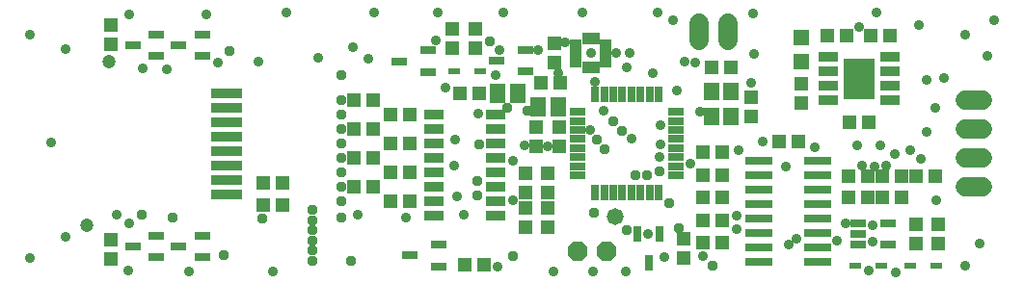
<source format=gts>
G04 EAGLE Gerber RS-274X export*
G75*
%MOMM*%
%FSLAX34Y34*%
%LPD*%
%INSoldermask Top*%
%IPPOS*%
%AMOC8*
5,1,8,0,0,1.08239X$1,22.5*%
G01*
G04 Define Apertures*
%ADD10R,1.473200X0.762000*%
%ADD11R,0.762000X1.473200*%
%ADD12R,1.403200X1.603200*%
%ADD13R,1.203200X1.303200*%
%ADD14R,1.303200X1.203200*%
%ADD15R,1.403200X1.653200*%
%ADD16R,1.403200X0.803200*%
%ADD17R,1.753200X0.903200*%
%ADD18R,1.023200X0.623200*%
%ADD19R,0.803200X1.403200*%
%ADD20R,2.403200X0.803200*%
%ADD21R,1.728200X0.903200*%
%ADD22R,2.716200X3.605200*%
%ADD23R,1.403200X1.403200*%
%ADD24C,1.727200*%
%ADD25R,1.128200X0.503200*%
%ADD26R,0.503200X1.003200*%
%ADD27R,1.453200X0.803200*%
%ADD28C,1.473200*%
%ADD29P,1.8695X8X22.5*%
%ADD30R,2.703200X0.838200*%
%ADD31C,1.203200*%
%ADD32C,0.909600*%
%ADD33C,0.959600*%
D10*
X576326Y95800D03*
X576326Y103800D03*
X576326Y111800D03*
X576326Y119800D03*
X576326Y127800D03*
X576326Y135800D03*
X576326Y143800D03*
X576326Y151800D03*
D11*
X561400Y166726D03*
X553400Y166726D03*
X545400Y166726D03*
X537400Y166726D03*
X529400Y166726D03*
X521400Y166726D03*
X513400Y166726D03*
X505400Y166726D03*
D10*
X490474Y151800D03*
X490474Y143800D03*
X490474Y135800D03*
X490474Y127800D03*
X490474Y119800D03*
X490474Y111800D03*
X490474Y103800D03*
X490474Y95800D03*
D11*
X505400Y80874D03*
X513400Y80874D03*
X521400Y80874D03*
X529400Y80874D03*
X537400Y80874D03*
X545400Y80874D03*
X553400Y80874D03*
X561400Y80874D03*
D12*
X624450Y147750D03*
X624450Y169750D03*
X607450Y169750D03*
X607450Y147750D03*
D13*
X642620Y147710D03*
X642620Y164710D03*
D14*
X607450Y190500D03*
X624450Y190500D03*
X599830Y116205D03*
X616830Y116205D03*
D13*
X454025Y121675D03*
X454025Y138675D03*
X473710Y121675D03*
X473710Y138675D03*
D15*
X455185Y156210D03*
X473185Y156210D03*
D13*
X599830Y56515D03*
X616830Y56515D03*
D14*
X616830Y36830D03*
X599830Y36830D03*
D13*
X616830Y95885D03*
X599830Y95885D03*
X616830Y76200D03*
X599830Y76200D03*
X293760Y161900D03*
X310760Y161900D03*
X325510Y149200D03*
X342510Y149200D03*
X293760Y136500D03*
X310760Y136500D03*
X325510Y123800D03*
X342510Y123800D03*
X293760Y111100D03*
X310760Y111100D03*
X325510Y98400D03*
X342510Y98400D03*
X293760Y85700D03*
X310760Y85700D03*
X325510Y73000D03*
X342510Y73000D03*
D16*
X444300Y187350D03*
X444300Y206350D03*
X419300Y196850D03*
X368100Y15900D03*
X368100Y34900D03*
X343100Y25400D03*
D17*
X363910Y149200D03*
X363910Y136500D03*
X363910Y123800D03*
X363910Y111100D03*
X363910Y98400D03*
X363910Y85700D03*
X363910Y73000D03*
X363910Y60300D03*
X418410Y60300D03*
X418410Y73000D03*
X418410Y85700D03*
X418410Y98400D03*
X418410Y111100D03*
X418410Y123800D03*
X418410Y136500D03*
X418410Y149200D03*
D14*
X404105Y168275D03*
X387105Y168275D03*
X230750Y89535D03*
X213750Y89535D03*
D16*
X736300Y53950D03*
X736300Y44450D03*
X736300Y34950D03*
X762300Y34950D03*
X762300Y53950D03*
D14*
X728100Y76200D03*
X745100Y76200D03*
X774945Y76200D03*
X757945Y76200D03*
X728100Y95250D03*
X745100Y95250D03*
X774310Y95250D03*
X757310Y95250D03*
D18*
X756990Y16510D03*
X733990Y16510D03*
D19*
X561950Y44250D03*
X542950Y44250D03*
X552450Y19250D03*
D20*
X649005Y95885D03*
X701005Y70485D03*
X649005Y108585D03*
X649005Y83185D03*
X649005Y70485D03*
X701005Y83185D03*
X701005Y57785D03*
X701005Y45085D03*
X649005Y45085D03*
X701005Y19685D03*
X649005Y57785D03*
X649005Y32385D03*
X701005Y32385D03*
X649005Y19685D03*
X701005Y95885D03*
X701005Y108585D03*
D14*
X684140Y125730D03*
X667140Y125730D03*
D21*
X764355Y161925D03*
X764355Y174625D03*
X764355Y187325D03*
X764355Y200025D03*
X710115Y200025D03*
X710115Y187325D03*
X710115Y174625D03*
X710115Y161925D03*
D22*
X737235Y180975D03*
D13*
X728735Y142875D03*
X745735Y142875D03*
D23*
X686435Y216875D03*
X686435Y195875D03*
D14*
X686435Y176775D03*
X686435Y159775D03*
X400050Y224400D03*
X400050Y207400D03*
X380365Y207400D03*
X380365Y224400D03*
X582930Y23250D03*
X582930Y40250D03*
D13*
X407915Y17145D03*
X390915Y17145D03*
X475225Y177165D03*
X458225Y177165D03*
D24*
X830580Y85700D02*
X845820Y85700D01*
X845820Y111100D02*
X830580Y111100D01*
X830580Y136500D02*
X845820Y136500D01*
X845820Y161900D02*
X830580Y161900D01*
X622300Y214630D02*
X622300Y229870D01*
X596900Y229870D02*
X596900Y214630D01*
D25*
X488775Y213200D03*
X488775Y208200D03*
X488775Y203200D03*
X488775Y198200D03*
X488775Y193200D03*
D26*
X496650Y190450D03*
X501650Y190450D03*
X506650Y190450D03*
D25*
X514525Y193200D03*
X514525Y198200D03*
X514525Y203200D03*
X514525Y208200D03*
X514525Y213200D03*
D26*
X506650Y215950D03*
X501650Y215950D03*
X496650Y215950D03*
D13*
X469900Y194700D03*
X469900Y211700D03*
D14*
X213750Y69850D03*
X230750Y69850D03*
X709685Y219075D03*
X726685Y219075D03*
X764785Y219075D03*
X747785Y219075D03*
D18*
X782250Y16510D03*
X805250Y16510D03*
D14*
X787400Y52950D03*
X787400Y35950D03*
X806450Y35950D03*
X806450Y52950D03*
D27*
X120500Y200920D03*
X120500Y219920D03*
X99500Y210420D03*
X120500Y23730D03*
X120500Y42730D03*
X99500Y33230D03*
D13*
X80645Y38980D03*
X80645Y21980D03*
X80645Y211210D03*
X80645Y228210D03*
D27*
X160500Y23730D03*
X160500Y42730D03*
X139500Y33230D03*
X160500Y200920D03*
X160500Y219920D03*
X139500Y210420D03*
D15*
X437625Y168275D03*
X419625Y168275D03*
D16*
X358575Y186715D03*
X358575Y205715D03*
X333575Y196215D03*
D13*
X464185Y80400D03*
X464185Y97400D03*
X444500Y80400D03*
X444500Y97400D03*
D14*
X464185Y49920D03*
X464185Y66920D03*
X444500Y49920D03*
X444500Y66920D03*
D13*
X804155Y95250D03*
X787155Y95250D03*
D18*
X404565Y187325D03*
X381565Y187325D03*
D28*
X523240Y59690D03*
D29*
X490220Y29210D03*
X515620Y29210D03*
D30*
X181530Y168300D03*
X181530Y155600D03*
X181530Y142900D03*
X181530Y130200D03*
X181530Y117500D03*
X181530Y104800D03*
X181530Y92100D03*
X181530Y79400D03*
D31*
X58830Y51850D03*
X78830Y195850D03*
D32*
X725170Y53975D03*
D33*
X608330Y16510D03*
X445770Y152400D03*
X412750Y213388D03*
D32*
X501650Y203200D03*
X597290Y151560D03*
X390525Y61595D03*
X382270Y127000D03*
X642620Y177165D03*
X292735Y208915D03*
X262255Y199390D03*
X306070Y198755D03*
X729615Y193675D03*
X744855Y193675D03*
X744855Y168910D03*
X729615Y168275D03*
X737235Y180340D03*
X751205Y103505D03*
X749300Y37465D03*
X673100Y103505D03*
X652780Y125730D03*
X464185Y121285D03*
X631825Y118110D03*
X737235Y226695D03*
X473075Y186055D03*
X455295Y205740D03*
X468630Y11430D03*
X600075Y24765D03*
X566420Y24130D03*
X675640Y34925D03*
X745490Y12065D03*
X551815Y44450D03*
X417830Y184150D03*
X402590Y150495D03*
X563245Y123190D03*
X556260Y186055D03*
X577215Y170180D03*
X533400Y191135D03*
X535940Y203835D03*
X593725Y194945D03*
X584200Y195580D03*
X563245Y139700D03*
X782320Y118110D03*
X796925Y133985D03*
X796925Y179705D03*
X791845Y110490D03*
X735330Y122555D03*
X756285Y121920D03*
X739775Y104775D03*
X761365Y104775D03*
X749300Y52070D03*
X803910Y155575D03*
X789940Y227965D03*
X574040Y232410D03*
X645160Y202565D03*
X805180Y73660D03*
X811530Y181610D03*
X830580Y219710D03*
X849630Y200660D03*
X855980Y232410D03*
X830580Y16510D03*
X843280Y35560D03*
X365760Y214630D03*
X374015Y172720D03*
X419735Y15240D03*
X297180Y61595D03*
X339090Y59055D03*
X384175Y77470D03*
X381635Y104140D03*
X96520Y237490D03*
X164465Y237490D03*
X234315Y238760D03*
X311150Y238760D03*
X367665Y238760D03*
X424815Y239395D03*
X494030Y239395D03*
X560070Y239395D03*
X532765Y11430D03*
X682625Y40005D03*
X174625Y194945D03*
X209550Y196215D03*
X129540Y189230D03*
X108585Y189865D03*
X95885Y12065D03*
X148590Y11430D03*
X96520Y53975D03*
X85090Y60960D03*
X222250Y11430D03*
X433070Y73660D03*
X433705Y108585D03*
X443865Y122555D03*
X752475Y238760D03*
X644525Y238125D03*
X769620Y10795D03*
X589280Y106045D03*
X503555Y11430D03*
X8890Y22860D03*
X8890Y219710D03*
X40640Y207010D03*
X40640Y41910D03*
X27940Y124460D03*
X768350Y114300D03*
X698500Y120650D03*
X478790Y213200D03*
D33*
X107315Y60960D03*
X213360Y57785D03*
X184150Y205105D03*
X401955Y78105D03*
X428625Y155575D03*
X282575Y161925D03*
X282575Y149225D03*
X282575Y136525D03*
X282575Y123825D03*
X282575Y111125D03*
X282575Y98425D03*
X282575Y85725D03*
X282575Y73025D03*
X282575Y184150D03*
X282575Y58420D03*
X541020Y95885D03*
X533083Y47943D03*
X403860Y123190D03*
X507365Y127635D03*
X401955Y90805D03*
X513715Y118745D03*
D32*
X505400Y177860D03*
D33*
X257175Y29845D03*
D32*
X537845Y128270D03*
D33*
X257175Y47625D03*
D32*
X513080Y153035D03*
D33*
X257175Y38735D03*
X257175Y65405D03*
X521335Y143510D03*
X257175Y56515D03*
X528955Y135255D03*
D32*
X561975Y111760D03*
X717550Y38100D03*
D33*
X551180Y95885D03*
X579120Y49530D03*
D32*
X629920Y60325D03*
X629920Y48895D03*
X421640Y206375D03*
X501015Y135890D03*
X523875Y203200D03*
D33*
X561975Y99060D03*
X179070Y26035D03*
X134620Y58420D03*
X433705Y24765D03*
X290830Y20320D03*
X504825Y62865D03*
X257175Y20955D03*
X570230Y71120D03*
M02*

</source>
